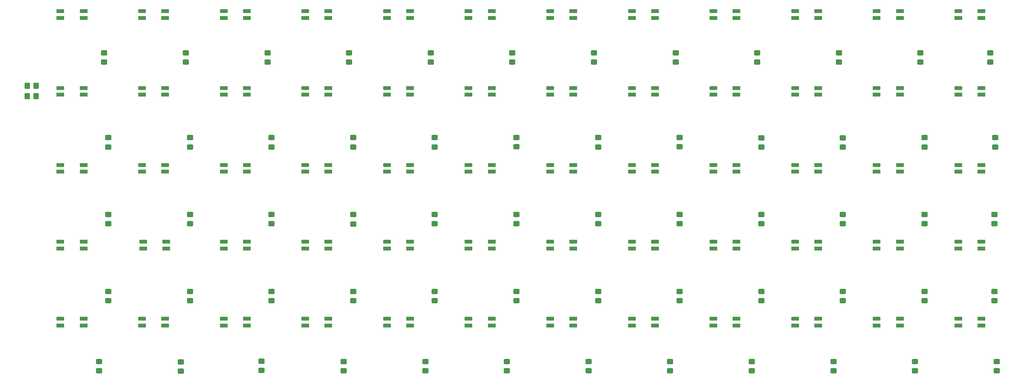
<source format=gbr>
%TF.GenerationSoftware,KiCad,Pcbnew,(6.0.1)*%
%TF.CreationDate,2022-01-22T18:41:09-05:00*%
%TF.ProjectId,ortho,6f727468-6f2e-46b6-9963-61645f706362,rev?*%
%TF.SameCoordinates,Original*%
%TF.FileFunction,Paste,Bot*%
%TF.FilePolarity,Positive*%
%FSLAX46Y46*%
G04 Gerber Fmt 4.6, Leading zero omitted, Abs format (unit mm)*
G04 Created by KiCad (PCBNEW (6.0.1)) date 2022-01-22 18:41:09*
%MOMM*%
%LPD*%
G01*
G04 APERTURE LIST*
G04 Aperture macros list*
%AMRoundRect*
0 Rectangle with rounded corners*
0 $1 Rounding radius*
0 $2 $3 $4 $5 $6 $7 $8 $9 X,Y pos of 4 corners*
0 Add a 4 corners polygon primitive as box body*
4,1,4,$2,$3,$4,$5,$6,$7,$8,$9,$2,$3,0*
0 Add four circle primitives for the rounded corners*
1,1,$1+$1,$2,$3*
1,1,$1+$1,$4,$5*
1,1,$1+$1,$6,$7*
1,1,$1+$1,$8,$9*
0 Add four rect primitives between the rounded corners*
20,1,$1+$1,$2,$3,$4,$5,0*
20,1,$1+$1,$4,$5,$6,$7,0*
20,1,$1+$1,$6,$7,$8,$9,0*
20,1,$1+$1,$8,$9,$2,$3,0*%
G04 Aperture macros list end*
%ADD10R,1.700000X0.820000*%
%ADD11RoundRect,0.205000X0.645000X0.205000X-0.645000X0.205000X-0.645000X-0.205000X0.645000X-0.205000X0*%
%ADD12RoundRect,0.250000X0.450000X-0.325000X0.450000X0.325000X-0.450000X0.325000X-0.450000X-0.325000X0*%
%ADD13RoundRect,0.250000X0.350000X0.450000X-0.350000X0.450000X-0.350000X-0.450000X0.350000X-0.450000X0*%
G04 APERTURE END LIST*
D10*
%TO.C,D83*%
X230550000Y-55500000D03*
X230550000Y-54000000D03*
D11*
X225450000Y-54000000D03*
D10*
X225450000Y-55500000D03*
%TD*%
D12*
%TO.C,D53*%
X125900000Y-116525000D03*
X125900000Y-114475000D03*
%TD*%
%TO.C,D38*%
X74000000Y-101025000D03*
X74000000Y-98975000D03*
%TD*%
D10*
%TO.C,D85*%
X50550000Y-72500000D03*
X50550000Y-71000000D03*
D11*
X45450000Y-71000000D03*
D10*
X45450000Y-72500000D03*
%TD*%
%TO.C,D108*%
X248550000Y-89500000D03*
X248550000Y-88000000D03*
D11*
X243450000Y-88000000D03*
D10*
X243450000Y-89500000D03*
%TD*%
%TO.C,D84*%
X248550000Y-55500000D03*
X248550000Y-54000000D03*
D11*
X243450000Y-54000000D03*
D10*
X243450000Y-55500000D03*
%TD*%
D12*
%TO.C,D46*%
X218000000Y-101025000D03*
X218000000Y-98975000D03*
%TD*%
D10*
%TO.C,D106*%
X212550000Y-89500000D03*
X212550000Y-88000000D03*
D11*
X207450000Y-88000000D03*
D10*
X207450000Y-89500000D03*
%TD*%
D12*
%TO.C,D9*%
X199100000Y-48260000D03*
X199100000Y-46210000D03*
%TD*%
D10*
%TO.C,D89*%
X122550000Y-72500000D03*
X122550000Y-71000000D03*
D11*
X117450000Y-71000000D03*
D10*
X117450000Y-72500000D03*
%TD*%
D12*
%TO.C,D6*%
X145100000Y-48260000D03*
X145100000Y-46210000D03*
%TD*%
D10*
%TO.C,D64*%
X104550000Y-38500000D03*
X104550000Y-37000000D03*
D11*
X99450000Y-37000000D03*
D10*
X99450000Y-38500000D03*
%TD*%
D12*
%TO.C,D23*%
X236000000Y-67025000D03*
X236000000Y-64975000D03*
%TD*%
D10*
%TO.C,D93*%
X194550000Y-72500000D03*
X194550000Y-71000000D03*
D11*
X189450000Y-71000000D03*
D10*
X189450000Y-72500000D03*
%TD*%
D12*
%TO.C,D15*%
X92000000Y-67025000D03*
X92000000Y-64975000D03*
%TD*%
%TO.C,D40*%
X110000000Y-101025000D03*
X110000000Y-98975000D03*
%TD*%
%TO.C,D43*%
X164000000Y-101050000D03*
X164000000Y-99000000D03*
%TD*%
%TO.C,D30*%
X146000000Y-84000000D03*
X146000000Y-81950000D03*
%TD*%
%TO.C,D29*%
X128000000Y-84025000D03*
X128000000Y-81975000D03*
%TD*%
D10*
%TO.C,D96*%
X248550000Y-72500000D03*
X248550000Y-71000000D03*
D11*
X243450000Y-71000000D03*
D10*
X243450000Y-72500000D03*
%TD*%
D12*
%TO.C,D54*%
X143900000Y-116525000D03*
X143900000Y-114475000D03*
%TD*%
D10*
%TO.C,D105*%
X194550000Y-89500000D03*
X194550000Y-88000000D03*
D11*
X189450000Y-88000000D03*
D10*
X189450000Y-89500000D03*
%TD*%
D12*
%TO.C,D52*%
X107900000Y-116525000D03*
X107900000Y-114475000D03*
%TD*%
D13*
%TO.C,R2*%
X40100000Y-53500000D03*
X38100000Y-53500000D03*
%TD*%
D10*
%TO.C,D101*%
X122550000Y-89500000D03*
X122550000Y-88000000D03*
D11*
X117450000Y-88000000D03*
D10*
X117450000Y-89500000D03*
%TD*%
D12*
%TO.C,D48*%
X251400000Y-101025000D03*
X251400000Y-98975000D03*
%TD*%
%TO.C,D47*%
X236000000Y-101025000D03*
X236000000Y-98975000D03*
%TD*%
%TO.C,D49*%
X54000000Y-116525000D03*
X54000000Y-114475000D03*
%TD*%
%TO.C,D13*%
X56000000Y-67025000D03*
X56000000Y-64975000D03*
%TD*%
D10*
%TO.C,D102*%
X140550000Y-89500000D03*
X140550000Y-88000000D03*
D11*
X135450000Y-88000000D03*
D10*
X135450000Y-89500000D03*
%TD*%
%TO.C,D63*%
X86550000Y-38500000D03*
X86550000Y-37000000D03*
D11*
X81450000Y-37000000D03*
D10*
X81450000Y-38500000D03*
%TD*%
D12*
%TO.C,D31*%
X164000000Y-84000000D03*
X164000000Y-81950000D03*
%TD*%
%TO.C,D56*%
X179900000Y-116525000D03*
X179900000Y-114475000D03*
%TD*%
D10*
%TO.C,D118*%
X212550000Y-106500000D03*
X212550000Y-105000000D03*
D11*
X207450000Y-105000000D03*
D10*
X207450000Y-106500000D03*
%TD*%
%TO.C,D120*%
X248550000Y-106500000D03*
X248550000Y-105000000D03*
D11*
X243450000Y-105000000D03*
D10*
X243450000Y-106500000D03*
%TD*%
D12*
%TO.C,D1*%
X55100000Y-48260000D03*
X55100000Y-46210000D03*
%TD*%
D10*
%TO.C,D119*%
X230550000Y-106500000D03*
X230550000Y-105000000D03*
D11*
X225450000Y-105000000D03*
D10*
X225450000Y-106500000D03*
%TD*%
%TO.C,D71*%
X230550000Y-38500000D03*
X230550000Y-37000000D03*
D11*
X225450000Y-37000000D03*
D10*
X225450000Y-38500000D03*
%TD*%
%TO.C,D92*%
X176550000Y-72500000D03*
X176550000Y-71000000D03*
D11*
X171450000Y-71000000D03*
D10*
X171450000Y-72500000D03*
%TD*%
D12*
%TO.C,D42*%
X146000000Y-101025000D03*
X146000000Y-98975000D03*
%TD*%
D10*
%TO.C,D76*%
X104550000Y-55500000D03*
X104550000Y-54000000D03*
D11*
X99450000Y-54000000D03*
D10*
X99450000Y-55500000D03*
%TD*%
%TO.C,D67*%
X158550000Y-38500000D03*
X158550000Y-37000000D03*
D11*
X153450000Y-37000000D03*
D10*
X153450000Y-38500000D03*
%TD*%
%TO.C,D74*%
X68550000Y-55500000D03*
X68550000Y-54000000D03*
D11*
X63450000Y-54000000D03*
D10*
X63450000Y-55500000D03*
%TD*%
%TO.C,D62*%
X68550000Y-38500000D03*
X68550000Y-37000000D03*
D11*
X63450000Y-37000000D03*
D10*
X63450000Y-38500000D03*
%TD*%
%TO.C,D87*%
X86550000Y-72500000D03*
X86550000Y-71000000D03*
D11*
X81450000Y-71000000D03*
D10*
X81450000Y-72500000D03*
%TD*%
%TO.C,D112*%
X104550000Y-106500000D03*
X104550000Y-105000000D03*
D11*
X99450000Y-105000000D03*
D10*
X99450000Y-106500000D03*
%TD*%
%TO.C,D109*%
X50550000Y-106500000D03*
X50550000Y-105000000D03*
D11*
X45450000Y-105000000D03*
D10*
X45450000Y-106500000D03*
%TD*%
D12*
%TO.C,D7*%
X163100000Y-48260000D03*
X163100000Y-46210000D03*
%TD*%
D10*
%TO.C,D88*%
X104550000Y-72500000D03*
X104550000Y-71000000D03*
D11*
X99450000Y-71000000D03*
D10*
X99450000Y-72500000D03*
%TD*%
%TO.C,D90*%
X140550000Y-72500000D03*
X140550000Y-71000000D03*
D11*
X135450000Y-71000000D03*
D10*
X135450000Y-72500000D03*
%TD*%
%TO.C,D111*%
X86550000Y-106500000D03*
X86550000Y-105000000D03*
D11*
X81450000Y-105000000D03*
D10*
X81450000Y-106500000D03*
%TD*%
D12*
%TO.C,D3*%
X91100000Y-48260000D03*
X91100000Y-46210000D03*
%TD*%
D10*
%TO.C,D66*%
X140550000Y-38500000D03*
X140550000Y-37000000D03*
D11*
X135450000Y-37000000D03*
D10*
X135450000Y-38500000D03*
%TD*%
D12*
%TO.C,D11*%
X235100000Y-48260000D03*
X235100000Y-46210000D03*
%TD*%
D10*
%TO.C,D116*%
X176550000Y-106500000D03*
X176550000Y-105000000D03*
D11*
X171450000Y-105000000D03*
D10*
X171450000Y-106500000D03*
%TD*%
D12*
%TO.C,D32*%
X182000000Y-84025000D03*
X182000000Y-81975000D03*
%TD*%
%TO.C,D25*%
X56000000Y-84025000D03*
X56000000Y-81975000D03*
%TD*%
%TO.C,D50*%
X72000000Y-116625000D03*
X72000000Y-114575000D03*
%TD*%
D10*
%TO.C,D115*%
X158550000Y-106500000D03*
X158550000Y-105000000D03*
D11*
X153450000Y-105000000D03*
D10*
X153450000Y-106500000D03*
%TD*%
D12*
%TO.C,D27*%
X92000000Y-84025000D03*
X92000000Y-81975000D03*
%TD*%
D10*
%TO.C,D86*%
X68550000Y-72500000D03*
X68550000Y-71000000D03*
D11*
X63450000Y-71000000D03*
D10*
X63450000Y-72500000D03*
%TD*%
D12*
%TO.C,D16*%
X110000000Y-67025000D03*
X110000000Y-64975000D03*
%TD*%
D10*
%TO.C,D68*%
X176550000Y-38500000D03*
X176550000Y-37000000D03*
D11*
X171450000Y-37000000D03*
D10*
X171450000Y-38500000D03*
%TD*%
%TO.C,D103*%
X158550000Y-89500000D03*
X158550000Y-88000000D03*
D11*
X153450000Y-88000000D03*
D10*
X153450000Y-89500000D03*
%TD*%
%TO.C,D78*%
X140550000Y-55500000D03*
X140550000Y-54000000D03*
D11*
X135450000Y-54000000D03*
D10*
X135450000Y-55500000D03*
%TD*%
D13*
%TO.C,R1*%
X40100000Y-55800000D03*
X38100000Y-55800000D03*
%TD*%
D10*
%TO.C,D69*%
X194550000Y-38500000D03*
X194550000Y-37000000D03*
D11*
X189450000Y-37000000D03*
D10*
X189450000Y-38500000D03*
%TD*%
D12*
%TO.C,D24*%
X251600000Y-67025000D03*
X251600000Y-64975000D03*
%TD*%
%TO.C,D60*%
X251900000Y-116525000D03*
X251900000Y-114475000D03*
%TD*%
D10*
%TO.C,D94*%
X212550000Y-72500000D03*
X212550000Y-71000000D03*
D11*
X207450000Y-71000000D03*
D10*
X207450000Y-72500000D03*
%TD*%
%TO.C,D82*%
X212550000Y-55500000D03*
X212550000Y-54000000D03*
D11*
X207450000Y-54000000D03*
D10*
X207450000Y-55500000D03*
%TD*%
D12*
%TO.C,D2*%
X73100000Y-48260000D03*
X73100000Y-46210000D03*
%TD*%
%TO.C,D22*%
X218000000Y-67050000D03*
X218000000Y-65000000D03*
%TD*%
D10*
%TO.C,D72*%
X248550000Y-38500000D03*
X248550000Y-37000000D03*
D11*
X243450000Y-37000000D03*
D10*
X243450000Y-38500000D03*
%TD*%
D12*
%TO.C,D5*%
X127100000Y-48260000D03*
X127100000Y-46210000D03*
%TD*%
%TO.C,D57*%
X197900000Y-116525000D03*
X197900000Y-114475000D03*
%TD*%
%TO.C,D44*%
X182000000Y-101000000D03*
X182000000Y-98950000D03*
%TD*%
%TO.C,D41*%
X128000000Y-101025000D03*
X128000000Y-98975000D03*
%TD*%
%TO.C,D4*%
X109100000Y-48260000D03*
X109100000Y-46210000D03*
%TD*%
%TO.C,D8*%
X181100000Y-48260000D03*
X181100000Y-46210000D03*
%TD*%
D10*
%TO.C,D100*%
X104550000Y-89500000D03*
X104550000Y-88000000D03*
D11*
X99450000Y-88000000D03*
D10*
X99450000Y-89500000D03*
%TD*%
%TO.C,D97*%
X50550000Y-89500000D03*
X50550000Y-88000000D03*
D11*
X45450000Y-88000000D03*
D10*
X45450000Y-89500000D03*
%TD*%
D12*
%TO.C,D33*%
X200000000Y-84025000D03*
X200000000Y-81975000D03*
%TD*%
D10*
%TO.C,D61*%
X50550000Y-38500000D03*
X50550000Y-37000000D03*
D11*
X45450000Y-37000000D03*
D10*
X45450000Y-38500000D03*
%TD*%
D12*
%TO.C,D55*%
X161900000Y-116525000D03*
X161900000Y-114475000D03*
%TD*%
D10*
%TO.C,D81*%
X194550000Y-55500000D03*
X194550000Y-54000000D03*
D11*
X189450000Y-54000000D03*
D10*
X189450000Y-55500000D03*
%TD*%
D12*
%TO.C,D45*%
X200000000Y-101025000D03*
X200000000Y-98975000D03*
%TD*%
%TO.C,D51*%
X89800000Y-116425000D03*
X89800000Y-114375000D03*
%TD*%
D10*
%TO.C,D110*%
X68550000Y-106500000D03*
X68550000Y-105000000D03*
D11*
X63450000Y-105000000D03*
D10*
X63450000Y-106500000D03*
%TD*%
%TO.C,D65*%
X122550000Y-38500000D03*
X122550000Y-37000000D03*
D11*
X117450000Y-37000000D03*
D10*
X117450000Y-38500000D03*
%TD*%
%TO.C,D73*%
X50550000Y-55500000D03*
X50550000Y-54000000D03*
D11*
X45450000Y-54000000D03*
D10*
X45450000Y-55500000D03*
%TD*%
D12*
%TO.C,D58*%
X215900000Y-116525000D03*
X215900000Y-114475000D03*
%TD*%
D10*
%TO.C,D99*%
X86550000Y-89500000D03*
X86550000Y-88000000D03*
D11*
X81450000Y-88000000D03*
D10*
X81450000Y-89500000D03*
%TD*%
D12*
%TO.C,D21*%
X200000000Y-67050000D03*
X200000000Y-65000000D03*
%TD*%
D10*
%TO.C,D114*%
X140550000Y-106500000D03*
X140550000Y-105000000D03*
D11*
X135450000Y-105000000D03*
D10*
X135450000Y-106500000D03*
%TD*%
D12*
%TO.C,D17*%
X128000000Y-67025000D03*
X128000000Y-64975000D03*
%TD*%
%TO.C,D28*%
X110000000Y-84050000D03*
X110000000Y-82000000D03*
%TD*%
%TO.C,D34*%
X218000000Y-84025000D03*
X218000000Y-81975000D03*
%TD*%
D10*
%TO.C,D117*%
X194550000Y-106500000D03*
X194550000Y-105000000D03*
D11*
X189450000Y-105000000D03*
D10*
X189450000Y-106500000D03*
%TD*%
D12*
%TO.C,D14*%
X74000000Y-67025000D03*
X74000000Y-64975000D03*
%TD*%
%TO.C,D12*%
X250500000Y-48260000D03*
X250500000Y-46210000D03*
%TD*%
D10*
%TO.C,D75*%
X86550000Y-55500000D03*
X86550000Y-54000000D03*
D11*
X81450000Y-54000000D03*
D10*
X81450000Y-55500000D03*
%TD*%
%TO.C,D70*%
X212550000Y-38500000D03*
X212550000Y-37000000D03*
D11*
X207450000Y-37000000D03*
D10*
X207450000Y-38500000D03*
%TD*%
%TO.C,D107*%
X230550000Y-89500000D03*
X230550000Y-88000000D03*
D11*
X225450000Y-88000000D03*
D10*
X225450000Y-89500000D03*
%TD*%
D12*
%TO.C,D20*%
X182000000Y-67000000D03*
X182000000Y-64950000D03*
%TD*%
%TO.C,D37*%
X56000000Y-101025000D03*
X56000000Y-98975000D03*
%TD*%
D10*
%TO.C,D77*%
X122550000Y-55500000D03*
X122550000Y-54000000D03*
D11*
X117450000Y-54000000D03*
D10*
X117450000Y-55500000D03*
%TD*%
%TO.C,D113*%
X122550000Y-106500000D03*
X122550000Y-105000000D03*
D11*
X117450000Y-105000000D03*
D10*
X117450000Y-106500000D03*
%TD*%
D12*
%TO.C,D19*%
X164000000Y-67025000D03*
X164000000Y-64975000D03*
%TD*%
%TO.C,D59*%
X233900000Y-116525000D03*
X233900000Y-114475000D03*
%TD*%
%TO.C,D18*%
X146000000Y-67000000D03*
X146000000Y-64950000D03*
%TD*%
D10*
%TO.C,D80*%
X176550000Y-55500000D03*
X176550000Y-54000000D03*
D11*
X171450000Y-54000000D03*
D10*
X171450000Y-55500000D03*
%TD*%
%TO.C,D95*%
X230550000Y-72500000D03*
X230550000Y-71000000D03*
D11*
X225450000Y-71000000D03*
D10*
X225450000Y-72500000D03*
%TD*%
D12*
%TO.C,D35*%
X236000000Y-84025000D03*
X236000000Y-81975000D03*
%TD*%
D10*
%TO.C,D79*%
X158550000Y-55500000D03*
X158550000Y-54000000D03*
D11*
X153450000Y-54000000D03*
D10*
X153450000Y-55500000D03*
%TD*%
D12*
%TO.C,D39*%
X92000000Y-101025000D03*
X92000000Y-98975000D03*
%TD*%
%TO.C,D36*%
X251400000Y-84025000D03*
X251400000Y-81975000D03*
%TD*%
%TO.C,D10*%
X217100000Y-48285000D03*
X217100000Y-46235000D03*
%TD*%
D10*
%TO.C,D104*%
X176550000Y-89500000D03*
X176550000Y-88000000D03*
D11*
X171450000Y-88000000D03*
D10*
X171450000Y-89500000D03*
%TD*%
D12*
%TO.C,D26*%
X74000000Y-84000000D03*
X74000000Y-81950000D03*
%TD*%
D10*
%TO.C,D98*%
X68800000Y-89500000D03*
X68800000Y-88000000D03*
D11*
X63700000Y-88000000D03*
D10*
X63700000Y-89500000D03*
%TD*%
%TO.C,D91*%
X158550000Y-72500000D03*
X158550000Y-71000000D03*
D11*
X153450000Y-71000000D03*
D10*
X153450000Y-72500000D03*
%TD*%
M02*

</source>
